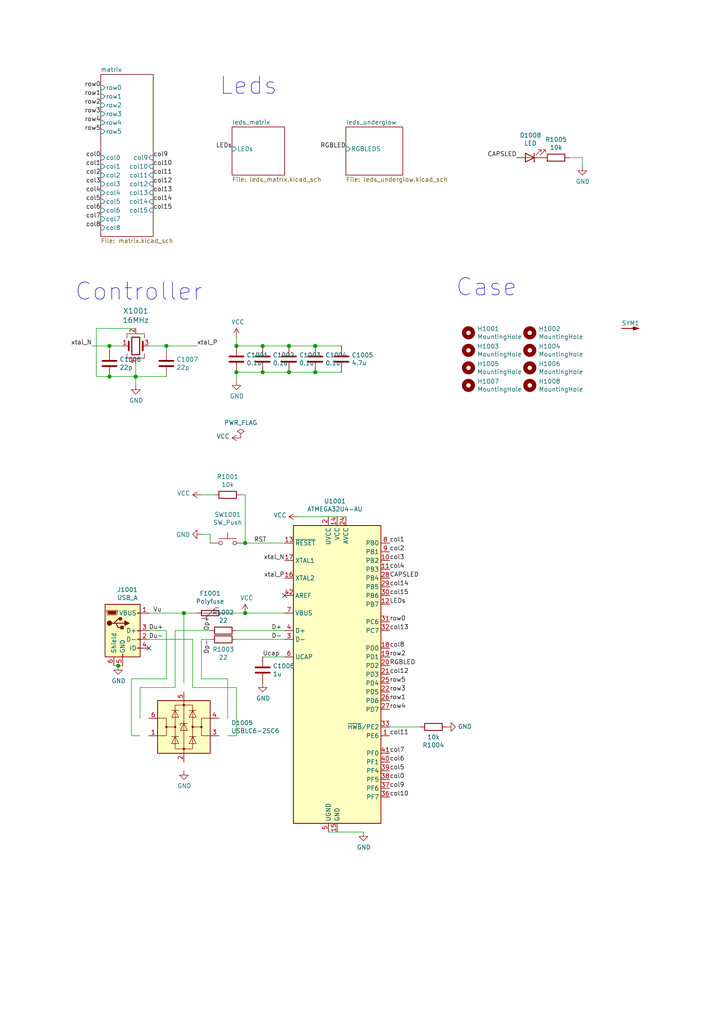
<source format=kicad_sch>
(kicad_sch (version 20210621) (generator eeschema)
  (paper "A4" portrait)
  (title_block (title "ValKey") (date "2019-08-16") (rev "0.2"))
  (lib_symbols
    (symbol "Connector:USB_B_Micro" (pin_names (offset 1.016))
      (property "Reference" "J" (at -5.08 11.43 0))
      (property "Value" "USB_B_Micro" (at -5.08 8.89 0))
      (symbol "USB_B_Micro_0_1"
        (circle (center -3.81 2.159) (radius 0.635) (stroke (width 0.254)) (fill (type outline)))
        (circle (center -0.635 3.429) (radius 0.381) (stroke (width 0.254)) (fill (type outline)))
        (rectangle (start -0.127 -7.62) (end 0.127 -6.858))
        (rectangle (start 5.08 -5.207) (end 4.318 -4.953))
        (rectangle (start 5.08 -2.667) (end 4.318 -2.413))
        (rectangle (start 5.08 -0.127) (end 4.318 0.127))
        (rectangle (start 5.08 4.953) (end 4.318 5.207))
        (rectangle (start 0.254 1.27) (end -0.508 0.508) (stroke (width 0.254)) (fill (type outline)))
        (rectangle (start -5.08 -7.62) (end 5.08 7.62) (stroke (width 0.254)) (fill (type background)))
        (polyline (pts (xy -1.905 2.159) (xy 0.635 2.159)) (stroke (width 0.254)))
        (polyline (pts (xy -3.175 2.159) (xy -2.54 2.159) (xy -1.27 3.429) (xy -0.635 3.429)) (stroke (width 0.254)))
        (polyline (pts (xy -2.54 2.159) (xy -1.905 2.159) (xy -1.27 0.889) (xy 0 0.889)) (stroke (width 0.254)))
        (polyline (pts (xy -4.699 5.842) (xy -4.699 5.588) (xy -4.445 4.826) (xy -4.445 4.572) (xy -1.651 4.572) (xy -1.651 4.826) (xy -1.397 5.588) (xy -1.397 5.842) (xy -4.699 5.842)))
        (polyline (pts (xy 0.635 2.794) (xy 0.635 1.524) (xy 1.905 2.159) (xy 0.635 2.794)) (stroke (width 0.254)) (fill (type outline)))
        (polyline (pts (xy -4.318 5.588) (xy -1.778 5.588) (xy -2.032 4.826) (xy -4.064 4.826) (xy -4.318 5.588)) (fill (type outline)))
      )
      (symbol "USB_B_Micro_1_1"
        (pin power_out line (at 7.62 5.08 180) (length 2.54) (name "VBUS") (number "1"))
        (pin bidirectional line (at 7.62 -2.54 180) (length 2.54) (name "D-") (number "2"))
        (pin bidirectional line (at 7.62 0 180) (length 2.54) (name "D+") (number "3"))
        (pin passive line (at 7.62 -5.08 180) (length 2.54) (name "ID") (number "4"))
        (pin power_out line (at 0 -10.16 90) (length 2.54) (name "GND") (number "5"))
        (pin passive line (at -2.54 -10.16 90) (length 2.54) (name "Shield") (number "6"))
      )
    )
    (symbol "Device:C" (pin_numbers hide) (pin_names (offset 0.254))
      (property "Reference" "C" (at 0.635 2.54 0))
      (property "Value" "C" (at 0.635 -2.54 0))
      (symbol "C_0_1"
        (polyline (pts (xy -2.032 -0.762) (xy 2.032 -0.762)) (stroke (width 0.508)))
        (polyline (pts (xy -2.032 0.762) (xy 2.032 0.762)) (stroke (width 0.508)))
      )
      (symbol "C_1_1"
        (pin passive line (at 0 3.81 270) (length 2.794) (name "~") (number "1"))
        (pin passive line (at 0 -3.81 90) (length 2.794) (name "~") (number "2"))
      )
    )
    (symbol "Device:Crystal_GND24" (pin_names (offset 1.016) hide)
      (property "Reference" "Y" (at 3.175 5.08 0))
      (property "Value" "Crystal_GND24" (at 3.175 3.175 0))
      (symbol "Crystal_GND24_0_1"
        (rectangle (start -1.143 2.54) (end 1.143 -2.54) (stroke (width 0.3048)))
        (polyline (pts (xy -2.54 0) (xy -2.032 0)))
        (polyline (pts (xy -2.032 -1.27) (xy -2.032 1.27)) (stroke (width 0.508)))
        (polyline (pts (xy 0 -3.81) (xy 0 -3.556)))
        (polyline (pts (xy 0 3.556) (xy 0 3.81)))
        (polyline (pts (xy 2.032 -1.27) (xy 2.032 1.27)) (stroke (width 0.508)))
        (polyline (pts (xy 2.032 0) (xy 2.54 0)))
        (polyline (pts (xy -2.54 -2.286) (xy -2.54 -3.556) (xy 2.54 -3.556) (xy 2.54 -2.286)))
        (polyline (pts (xy -2.54 2.286) (xy -2.54 3.556) (xy 2.54 3.556) (xy 2.54 2.286)))
      )
      (symbol "Crystal_GND24_1_1"
        (pin passive line (at -3.81 0 0) (length 1.27) (name "1") (number "1"))
        (pin passive line (at 0 5.08 270) (length 1.27) (name "2") (number "2"))
        (pin passive line (at 3.81 0 180) (length 1.27) (name "3") (number "3"))
        (pin passive line (at 0 -5.08 90) (length 1.27) (name "4") (number "4"))
      )
    )
    (symbol "Device:LED" (pin_numbers hide) (pin_names (offset 1.016) hide)
      (property "Reference" "D" (at 0 2.54 0))
      (property "Value" "LED" (at 0 -2.54 0))
      (symbol "LED_0_1"
        (polyline (pts (xy -1.27 -1.27) (xy -1.27 1.27)) (stroke (width 0.254)))
        (polyline (pts (xy -1.27 0) (xy 1.27 0)))
        (polyline (pts (xy 1.27 -1.27) (xy 1.27 1.27) (xy -1.27 0) (xy 1.27 -1.27)) (stroke (width 0.254)))
        (polyline (pts (xy -3.048 -0.762) (xy -4.572 -2.286) (xy -3.81 -2.286) (xy -4.572 -2.286) (xy -4.572 -1.524)))
        (polyline (pts (xy -1.778 -0.762) (xy -3.302 -2.286) (xy -2.54 -2.286) (xy -3.302 -2.286) (xy -3.302 -1.524)))
      )
      (symbol "LED_1_1"
        (pin passive line (at -3.81 0 0) (length 2.54) (name "K") (number "1"))
        (pin passive line (at 3.81 0 180) (length 2.54) (name "A") (number "2"))
      )
    )
    (symbol "Device:Polyfuse" (pin_numbers hide) (pin_names (offset 0))
      (property "Reference" "F" (at -2.54 0 90))
      (property "Value" "Polyfuse" (at 2.54 0 90))
      (symbol "Polyfuse_0_1"
        (rectangle (start -0.762 2.54) (end 0.762 -2.54) (stroke (width 0.254)))
        (polyline (pts (xy 0 2.54) (xy 0 -2.54)))
        (polyline (pts (xy -1.524 2.54) (xy -1.524 1.524) (xy 1.524 -1.524) (xy 1.524 -2.54)))
      )
      (symbol "Polyfuse_1_1"
        (pin passive line (at 0 3.81 270) (length 1.27) (name "~") (number "1"))
        (pin passive line (at 0 -3.81 90) (length 1.27) (name "~") (number "2"))
      )
    )
    (symbol "Device:R" (pin_numbers hide) (pin_names (offset 0))
      (property "Reference" "R" (at 2.032 0 90))
      (property "Value" "R" (at 0 0 90))
      (symbol "R_0_1"
        (rectangle (start -1.016 -2.54) (end 1.016 2.54) (stroke (width 0.254)))
      )
      (symbol "R_1_1"
        (pin passive line (at 0 3.81 270) (length 1.27) (name "~") (number "1"))
        (pin passive line (at 0 -3.81 90) (length 1.27) (name "~") (number "2"))
      )
    )
    (symbol "Graphic:SYM_Arrow_Normal" (pin_names (offset 1.016))
      (symbol "SYM_Arrow_Normal_0_1"
        (polyline (pts (xy 1.524 0) (xy -2.54 0)) (stroke (width 0.254)))
        (polyline (pts (xy 2.54 0) (xy 0.762 -0.508) (xy 0.762 0.508) (xy 2.54 0)) (fill (type outline)))
      )
    )
    (symbol "MCU_Microchip_ATmega:ATmega32U4-A"
      (property "Reference" "U" (at -12.7 44.45 0))
      (property "Value" "ATmega32U4-A" (at 2.54 -44.45 0))
      (symbol "ATmega32U4-A_0_1"
        (rectangle (start -12.7 -43.18) (end 12.7 43.18) (stroke (width 0.254)) (fill (type background)))
      )
      (symbol "ATmega32U4-A_1_1"
        (pin bidirectional line (at 15.24 -17.78 180) (length 2.54) (name "PE6") (number "1"))
        (pin bidirectional line (at 15.24 33.02 180) (length 2.54) (name "PB2") (number "10"))
        (pin bidirectional line (at 15.24 30.48 180) (length 2.54) (name "PB3") (number "11"))
        (pin bidirectional line (at 15.24 20.32 180) (length 2.54) (name "PB7") (number "12"))
        (pin input line (at -15.24 38.1 0) (length 2.54) (name "~{RESET}") (number "13"))
        (pin power_in line (at 0 45.72 270) (length 2.54) (name "VCC") (number "14"))
        (pin power_in line (at 0 -45.72 90) (length 2.54) (name "GND") (number "15"))
        (pin output line (at -15.24 27.94 0) (length 2.54) (name "XTAL2") (number "16"))
        (pin input line (at -15.24 33.02 0) (length 2.54) (name "XTAL1") (number "17"))
        (pin bidirectional line (at 15.24 7.62 180) (length 2.54) (name "PD0") (number "18"))
        (pin bidirectional line (at 15.24 5.08 180) (length 2.54) (name "PD1") (number "19"))
        (pin power_in line (at -2.54 45.72 270) (length 2.54) (name "UVCC") (number "2"))
        (pin bidirectional line (at 15.24 2.54 180) (length 2.54) (name "PD2") (number "20"))
        (pin bidirectional line (at 15.24 0 180) (length 2.54) (name "PD3") (number "21"))
        (pin bidirectional line (at 15.24 -5.08 180) (length 2.54) (name "PD5") (number "22"))
        (pin passive line (at 0 -45.72 90) (length 2.54) hide (name "GND") (number "23"))
        (pin power_in line (at 2.54 45.72 270) (length 2.54) (name "AVCC") (number "24"))
        (pin bidirectional line (at 15.24 -2.54 180) (length 2.54) (name "PD4") (number "25"))
        (pin bidirectional line (at 15.24 -7.62 180) (length 2.54) (name "PD6") (number "26"))
        (pin bidirectional line (at 15.24 -10.16 180) (length 2.54) (name "PD7") (number "27"))
        (pin bidirectional line (at 15.24 27.94 180) (length 2.54) (name "PB4") (number "28"))
        (pin bidirectional line (at 15.24 25.4 180) (length 2.54) (name "PB5") (number "29"))
        (pin bidirectional line (at -15.24 10.16 0) (length 2.54) (name "D-") (number "3"))
        (pin bidirectional line (at 15.24 22.86 180) (length 2.54) (name "PB6") (number "30"))
        (pin bidirectional line (at 15.24 15.24 180) (length 2.54) (name "PC6") (number "31"))
        (pin bidirectional line (at 15.24 12.7 180) (length 2.54) (name "PC7") (number "32"))
        (pin bidirectional line (at 15.24 -15.24 180) (length 2.54) (name "~{HWB}/PE2") (number "33"))
        (pin passive line (at 0 45.72 270) (length 2.54) hide (name "VCC") (number "34"))
        (pin passive line (at 0 -45.72 90) (length 2.54) hide (name "GND") (number "35"))
        (pin bidirectional line (at 15.24 -35.56 180) (length 2.54) (name "PF7") (number "36"))
        (pin bidirectional line (at 15.24 -33.02 180) (length 2.54) (name "PF6") (number "37"))
        (pin bidirectional line (at 15.24 -30.48 180) (length 2.54) (name "PF5") (number "38"))
        (pin bidirectional line (at 15.24 -27.94 180) (length 2.54) (name "PF4") (number "39"))
        (pin bidirectional line (at -15.24 12.7 0) (length 2.54) (name "D+") (number "4"))
        (pin bidirectional line (at 15.24 -25.4 180) (length 2.54) (name "PF1") (number "40"))
        (pin bidirectional line (at 15.24 -22.86 180) (length 2.54) (name "PF0") (number "41"))
        (pin passive line (at -15.24 22.86 0) (length 2.54) (name "AREF") (number "42"))
        (pin passive line (at 0 -45.72 90) (length 2.54) hide (name "GND") (number "43"))
        (pin passive line (at 2.54 45.72 270) (length 2.54) hide (name "AVCC") (number "44"))
        (pin passive line (at -2.54 -45.72 90) (length 2.54) (name "UGND") (number "5"))
        (pin passive line (at -15.24 5.08 0) (length 2.54) (name "UCAP") (number "6"))
        (pin input line (at -15.24 17.78 0) (length 2.54) (name "VBUS") (number "7"))
        (pin bidirectional line (at 15.24 38.1 180) (length 2.54) (name "PB0") (number "8"))
        (pin bidirectional line (at 15.24 35.56 180) (length 2.54) (name "PB1") (number "9"))
      )
    )
    (symbol "Mechanical:MountingHole" (pin_names (offset 1.016))
      (property "Reference" "H" (at 0 5.08 0))
      (property "Value" "MountingHole" (at 0 3.175 0))
      (symbol "MountingHole_0_1"
        (circle (center 0 0) (radius 1.27) (stroke (width 1.27)))
      )
    )
    (symbol "Power_Protection:USBLC6-2SC6" (pin_names hide)
      (property "Reference" "U" (at 2.54 8.89 0))
      (property "Value" "USBLC6-2SC6" (at 2.54 -8.89 0))
      (symbol "USBLC6-2SC6_0_1"
        (circle (center -5.08 0) (radius 0.254) (fill (type outline)))
        (circle (center -2.54 0) (radius 0.254) (fill (type outline)))
        (circle (center 0 -6.35) (radius 0.254) (fill (type outline)))
        (circle (center 0 6.35) (radius 0.254) (fill (type outline)))
        (circle (center 2.54 0) (radius 0.254) (fill (type outline)))
        (circle (center 5.08 0) (radius 0.254) (fill (type outline)))
        (rectangle (start -2.54 6.35) (end 2.54 -6.35))
        (rectangle (start -7.62 -7.62) (end 7.62 7.62) (stroke (width 0.254)) (fill (type background)))
        (polyline (pts (xy -5.08 -2.54) (xy -7.62 -2.54)))
        (polyline (pts (xy -5.08 0) (xy -5.08 -2.54)))
        (polyline (pts (xy -5.08 2.54) (xy -7.62 2.54)))
        (polyline (pts (xy -1.524 -2.794) (xy -3.556 -2.794)))
        (polyline (pts (xy -1.524 4.826) (xy -3.556 4.826)))
        (polyline (pts (xy 0 -7.62) (xy 0 -6.35)))
        (polyline (pts (xy 0 -6.35) (xy 0 1.27)))
        (polyline (pts (xy 0 1.27) (xy 0 6.35)))
        (polyline (pts (xy 0 6.35) (xy 0 7.62)))
        (polyline (pts (xy 1.524 -2.794) (xy 3.556 -2.794)))
        (polyline (pts (xy 1.524 4.826) (xy 3.556 4.826)))
        (polyline (pts (xy 5.08 -2.54) (xy 7.62 -2.54)))
        (polyline (pts (xy 5.08 0) (xy 5.08 -2.54)))
        (polyline (pts (xy 5.08 2.54) (xy 7.62 2.54)))
        (polyline (pts (xy -2.54 0) (xy -5.08 0) (xy -5.08 2.54)))
        (polyline (pts (xy 2.54 0) (xy 5.08 0) (xy 5.08 2.54)))
        (polyline (pts (xy -3.556 -4.826) (xy -1.524 -4.826) (xy -2.54 -2.794) (xy -3.556 -4.826)))
        (polyline (pts (xy -3.556 2.794) (xy -1.524 2.794) (xy -2.54 4.826) (xy -3.556 2.794)))
        (polyline (pts (xy -1.016 -1.016) (xy 1.016 -1.016) (xy 0 1.016) (xy -1.016 -1.016)))
        (polyline (pts (xy 1.016 1.016) (xy 0.762 1.016) (xy -1.016 1.016) (xy -1.016 0.508)))
        (polyline (pts (xy 3.556 -4.826) (xy 1.524 -4.826) (xy 2.54 -2.794) (xy 3.556 -4.826)))
        (polyline (pts (xy 3.556 2.794) (xy 1.524 2.794) (xy 2.54 4.826) (xy 3.556 2.794)))
      )
      (symbol "USBLC6-2SC6_1_1"
        (pin passive line (at -10.16 -2.54 0) (length 2.54) (name "I/O1") (number "1"))
        (pin passive line (at 0 -10.16 90) (length 2.54) (name "GND") (number "2"))
        (pin passive line (at 10.16 -2.54 180) (length 2.54) (name "I/O2") (number "3"))
        (pin passive line (at 10.16 2.54 180) (length 2.54) (name "I/O2") (number "4"))
        (pin passive line (at 0 10.16 270) (length 2.54) (name "VBUS") (number "5"))
        (pin passive line (at -10.16 2.54 0) (length 2.54) (name "I/O1") (number "6"))
      )
    )
    (symbol "Switch:SW_Push" (pin_numbers hide) (pin_names (offset 1.016) hide)
      (property "Reference" "SW" (at 1.27 2.54 0))
      (property "Value" "SW_Push" (at 0 -1.524 0))
      (symbol "SW_Push_0_1"
        (circle (center -2.032 0) (radius 0.508))
        (circle (center 2.032 0) (radius 0.508))
        (polyline (pts (xy 0 1.27) (xy 0 3.048)))
        (polyline (pts (xy 2.54 1.27) (xy -2.54 1.27)))
        (pin passive line (at -5.08 0 0) (length 2.54) (name "1") (number "1"))
        (pin passive line (at 5.08 0 180) (length 2.54) (name "2") (number "2"))
      )
    )
    (symbol "power:GND" (power) (pin_names (offset 0))
      (property "Value" "GND" (at 0 -3.81 0))
      (symbol "GND_0_1"
        (polyline (pts (xy 0 0) (xy 0 -1.27) (xy 1.27 -1.27) (xy 0 -2.54) (xy -1.27 -1.27) (xy 0 -1.27)))
      )
      (symbol "GND_1_1"
        (pin power_in line (at 0 0 270) (length 0) hide (name "GND") (number "1"))
      )
    )
    (symbol "power:PWR_FLAG" (power) (pin_numbers hide) (pin_names (offset 0) hide)
      (property "Value" "PWR_FLAG" (at 0 3.81 0))
      (symbol "PWR_FLAG_0_0"
        (pin power_out line (at 0 0 90) (length 0) (name "pwr") (number "1"))
      )
      (symbol "PWR_FLAG_0_1"
        (polyline (pts (xy 0 0) (xy 0 1.27) (xy -1.016 1.905) (xy 0 2.54) (xy 1.016 1.905) (xy 0 1.27)))
      )
    )
    (symbol "power:VCC" (power) (pin_names (offset 0))
      (property "Value" "VCC" (at 0 3.81 0))
      (symbol "VCC_0_1"
        (polyline (pts (xy -0.762 1.27) (xy 0 2.54)))
        (polyline (pts (xy 0 0) (xy 0 2.54)))
        (polyline (pts (xy 0 2.54) (xy 0.762 1.27)))
      )
      (symbol "VCC_1_1"
        (pin power_in line (at 0 0 90) (length 0) hide (name "VCC") (number "1"))
      )
    )
  )
  (junction (at 31.75 100.33) (diameter 1.016))
  (junction (at 31.75 109.22) (diameter 1.016))
  (junction (at 34.29 193.04) (diameter 1.016))
  (junction (at 39.37 109.22) (diameter 1.016))
  (junction (at 48.26 100.33) (diameter 1.016))
  (junction (at 53.34 177.8) (diameter 1.016))
  (junction (at 68.58 100.33) (diameter 1.016))
  (junction (at 68.58 107.95) (diameter 1.016))
  (junction (at 71.12 157.48) (diameter 1.016))
  (junction (at 71.12 177.8) (diameter 1.016))
  (junction (at 76.2 100.33) (diameter 1.016))
  (junction (at 76.2 107.95) (diameter 1.016))
  (junction (at 83.82 100.33) (diameter 1.016))
  (junction (at 83.82 107.95) (diameter 1.016))
  (junction (at 91.44 100.33) (diameter 1.016))
  (junction (at 91.44 107.95) (diameter 1.016))
  (no_connect (at 43.18 187.96))
  (no_connect (at 82.55 172.72))
  (wire (pts (xy 27.94 95.25) (xy 27.94 109.22)))
  (wire (pts (xy 27.94 109.22) (xy 31.75 109.22)))
  (wire (pts (xy 31.75 100.33) (xy 26.67 100.33)))
  (wire (pts (xy 31.75 100.33) (xy 31.75 101.6)))
  (wire (pts (xy 31.75 100.33) (xy 35.56 100.33)))
  (wire (pts (xy 33.02 193.04) (xy 34.29 193.04)))
  (wire (pts (xy 34.29 193.04) (xy 35.56 193.04)))
  (wire (pts (xy 38.1 196.85) (xy 38.1 213.36)))
  (wire (pts (xy 38.1 213.36) (xy 40.64 213.36)))
  (wire (pts (xy 39.37 95.25) (xy 27.94 95.25)))
  (wire (pts (xy 39.37 105.41) (xy 39.37 109.22)))
  (wire (pts (xy 39.37 109.22) (xy 31.75 109.22)))
  (wire (pts (xy 39.37 109.22) (xy 39.37 111.76)))
  (wire (pts (xy 39.37 109.22) (xy 48.26 109.22)))
  (wire (pts (xy 40.64 199.39) (xy 50.8 199.39)))
  (wire (pts (xy 40.64 208.28) (xy 40.64 199.39)))
  (wire (pts (xy 43.18 100.33) (xy 48.26 100.33)))
  (wire (pts (xy 43.18 177.8) (xy 53.34 177.8)))
  (wire (pts (xy 43.18 182.88) (xy 48.26 182.88)))
  (wire (pts (xy 43.18 185.42) (xy 55.88 185.42)))
  (wire (pts (xy 48.26 100.33) (xy 48.26 101.6)))
  (wire (pts (xy 48.26 100.33) (xy 57.15 100.33)))
  (wire (pts (xy 48.26 182.88) (xy 48.26 196.85)))
  (wire (pts (xy 48.26 196.85) (xy 38.1 196.85)))
  (wire (pts (xy 50.8 182.88) (xy 50.8 199.39)))
  (wire (pts (xy 50.8 182.88) (xy 60.96 182.88)))
  (wire (pts (xy 53.34 177.8) (xy 53.34 198.12)))
  (wire (pts (xy 53.34 177.8) (xy 57.15 177.8)))
  (wire (pts (xy 55.88 199.39) (xy 55.88 185.42)))
  (wire (pts (xy 55.88 199.39) (xy 68.58 199.39)))
  (wire (pts (xy 58.42 143.51) (xy 62.23 143.51)))
  (wire (pts (xy 58.42 185.42) (xy 60.96 185.42)))
  (wire (pts (xy 58.42 196.85) (xy 58.42 185.42)))
  (wire (pts (xy 58.42 196.85) (xy 66.04 196.85)))
  (wire (pts (xy 60.96 154.94) (xy 58.42 154.94)))
  (wire (pts (xy 60.96 157.48) (xy 60.96 154.94)))
  (wire (pts (xy 64.77 177.8) (xy 71.12 177.8)))
  (wire (pts (xy 66.04 208.28) (xy 66.04 196.85)))
  (wire (pts (xy 68.58 97.79) (xy 68.58 100.33)))
  (wire (pts (xy 68.58 100.33) (xy 76.2 100.33)))
  (wire (pts (xy 68.58 107.95) (xy 68.58 110.49)))
  (wire (pts (xy 68.58 182.88) (xy 82.55 182.88)))
  (wire (pts (xy 68.58 185.42) (xy 82.55 185.42)))
  (wire (pts (xy 68.58 199.39) (xy 68.58 213.36)))
  (wire (pts (xy 68.58 213.36) (xy 66.04 213.36)))
  (wire (pts (xy 69.85 143.51) (xy 71.12 143.51)))
  (wire (pts (xy 71.12 143.51) (xy 71.12 157.48)))
  (wire (pts (xy 71.12 157.48) (xy 82.55 157.48)))
  (wire (pts (xy 71.12 177.8) (xy 82.55 177.8)))
  (wire (pts (xy 76.2 100.33) (xy 83.82 100.33)))
  (wire (pts (xy 76.2 107.95) (xy 68.58 107.95)))
  (wire (pts (xy 76.2 190.5) (xy 82.55 190.5)))
  (wire (pts (xy 83.82 100.33) (xy 91.44 100.33)))
  (wire (pts (xy 83.82 107.95) (xy 76.2 107.95)))
  (wire (pts (xy 86.36 149.86) (xy 100.33 149.86)))
  (wire (pts (xy 91.44 100.33) (xy 99.06 100.33)))
  (wire (pts (xy 91.44 107.95) (xy 83.82 107.95)))
  (wire (pts (xy 95.25 241.3) (xy 105.41 241.3)))
  (wire (pts (xy 99.06 107.95) (xy 91.44 107.95)))
  (wire (pts (xy 113.03 210.82) (xy 121.92 210.82)))
  (wire (pts (xy 165.1 45.72) (xy 168.91 45.72)))
  (wire (pts (xy 168.91 45.72) (xy 168.91 48.26)))
  (text "Controller" (at 21.59 87.63 0) (effects (font (size 5.0038 5.0038)) (justify left bottom)))
  (text "Leds\n" (at 63.5 27.94 0) (effects (font (size 5.0038 5.0038)) (justify left bottom)))
  (text "Case" (at 132.08 86.36 0) (effects (font (size 5.0038 5.0038)) (justify left bottom)))
  (label "xtal_N" (at 26.67 100.33 180))
  (label "row0" (at 29.21 25.4 180))
  (label "row1" (at 29.21 27.94 180))
  (label "row2" (at 29.21 30.48 180))
  (label "row3" (at 29.21 33.02 180))
  (label "row4" (at 29.21 35.56 180))
  (label "row5" (at 29.21 38.1 180))
  (label "col0" (at 29.21 45.72 180))
  (label "col1" (at 29.21 48.26 180))
  (label "col2" (at 29.21 50.8 180))
  (label "col3" (at 29.21 53.34 180))
  (label "col4" (at 29.21 55.88 180))
  (label "col5" (at 29.21 58.42 180))
  (label "col6" (at 29.21 60.96 180))
  (label "col7" (at 29.21 63.5 180))
  (label "col8" (at 29.21 66.04 180))
  (label "Du+" (at 43.18 182.88 0))
  (label "Du-" (at 43.18 185.42 0))
  (label "col9" (at 44.45 45.72 0))
  (label "col10" (at 44.45 48.26 0))
  (label "col11" (at 44.45 50.8 0))
  (label "col12" (at 44.45 53.34 0))
  (label "col13" (at 44.45 55.88 0))
  (label "col14" (at 44.45 58.42 0))
  (label "col15" (at 44.45 60.96 0))
  (label "Vu" (at 44.45 177.8 0))
  (label "xtal_P" (at 57.15 100.33 0))
  (label "Dp+" (at 60.96 182.88 90))
  (label "Dp-" (at 60.96 185.42 270))
  (label "LEDs" (at 67.31 43.18 180))
  (label "RST" (at 73.66 157.48 0))
  (label "Ucap" (at 76.2 190.5 0))
  (label "D+" (at 78.74 182.88 0))
  (label "D-" (at 78.74 185.42 0))
  (label "xtal_N" (at 82.55 162.56 180))
  (label "xtal_P" (at 82.55 167.64 180))
  (label "RGBLED" (at 100.33 43.18 180))
  (label "col1" (at 113.03 157.48 0))
  (label "col2" (at 113.03 160.02 0))
  (label "col3" (at 113.03 162.56 0))
  (label "col4" (at 113.03 165.1 0))
  (label "CAPSLED" (at 113.03 167.64 0))
  (label "col14" (at 113.03 170.18 0))
  (label "col15" (at 113.03 172.72 0))
  (label "LEDs" (at 113.03 175.26 0))
  (label "row0" (at 113.03 180.34 0))
  (label "col13" (at 113.03 182.88 0))
  (label "col8" (at 113.03 187.96 0))
  (label "row2" (at 113.03 190.5 0))
  (label "RGBLED" (at 113.03 193.04 0))
  (label "col12" (at 113.03 195.58 0))
  (label "row5" (at 113.03 198.12 0))
  (label "row3" (at 113.03 200.66 0))
  (label "row1" (at 113.03 203.2 0))
  (label "row4" (at 113.03 205.74 0))
  (label "col11" (at 113.03 213.36 0))
  (label "col7" (at 113.03 218.44 0))
  (label "col6" (at 113.03 220.98 0))
  (label "col5" (at 113.03 223.52 0))
  (label "col0" (at 113.03 226.06 0))
  (label "col9" (at 113.03 228.6 0))
  (label "col10" (at 113.03 231.14 0))
  (label "CAPSLED" (at 149.86 45.72 180))
  (symbol (lib_id "power:VCC") (at 58.42 143.51 90) (unit 1)
    (property "Reference" "#PWR01005" (effects hide))
    (property "Value" "VCC" (at 55.1942 143.0528 90) (effects (justify left)))
  )
  (symbol (lib_id "power:VCC") (at 68.58 97.79 0) (unit 1)
    (property "Reference" "#PWR01001" (effects hide))
    (property "Value" "VCC" (at 69.0118 93.3958 0))
  )
  (symbol (lib_id "power:VCC") (at 69.85 127 90) (unit 1)
    (property "Reference" "#PWR01004" (effects hide))
    (property "Value" "VCC" (at 66.6242 126.5428 90) (effects (justify left)))
  )
  (symbol (lib_id "power:VCC") (at 71.12 177.8 0) (unit 1)
    (property "Reference" "#PWR01008" (effects hide))
    (property "Value" "VCC" (at 71.5518 173.4058 0))
  )
  (symbol (lib_id "power:VCC") (at 86.36 149.86 90) (unit 1)
    (property "Reference" "#PWR01006" (effects hide))
    (property "Value" "VCC" (at 83.1342 149.4028 90) (effects (justify left)))
  )
  (symbol (lib_id "Graphic:SYM_Arrow_Normal") (at 182.88 95.25 0) (unit 1)
    (property "Reference" "SYM1" (at 182.88 93.726 0))
    (property "Value" "SYM_Arrow_Normal" (effects hide))
    (property "Footprint" "Project:Mountains_Alps" (effects hide))
  )
  (symbol (lib_id "power:PWR_FLAG") (at 69.85 127 0) (unit 1)
    (property "Reference" "#FLG01001" (effects hide))
    (property "Value" "PWR_FLAG" (at 69.85 122.5804 0))
  )
  (symbol (lib_id "power:GND") (at 34.29 193.04 0) (unit 1)
    (property "Reference" "#PWR01009" (effects hide))
    (property "Value" "GND" (at 34.417 197.4342 0))
  )
  (symbol (lib_id "power:GND") (at 39.37 111.76 0) (unit 1)
    (property "Reference" "#PWR01003" (effects hide))
    (property "Value" "GND" (at 39.497 116.1542 0))
  )
  (symbol (lib_id "power:GND") (at 53.34 223.52 0) (unit 1)
    (property "Reference" "#PWR01014" (effects hide))
    (property "Value" "GND" (at 53.467 227.9142 0))
  )
  (symbol (lib_id "power:GND") (at 58.42 154.94 270) (unit 1)
    (property "Reference" "#PWR01007" (effects hide))
    (property "Value" "GND" (at 55.1688 155.067 90) (effects (justify right)))
  )
  (symbol (lib_id "power:GND") (at 68.58 110.49 0) (unit 1)
    (property "Reference" "#PWR01002" (effects hide))
    (property "Value" "GND" (at 68.707 114.8842 0))
  )
  (symbol (lib_id "power:GND") (at 76.2 198.12 0) (unit 1)
    (property "Reference" "#PWR01011" (effects hide))
    (property "Value" "GND" (at 76.327 202.5142 0))
  )
  (symbol (lib_id "power:GND") (at 105.41 241.3 0) (unit 1)
    (property "Reference" "#PWR01015" (effects hide))
    (property "Value" "GND" (at 105.537 245.6942 0))
  )
  (symbol (lib_id "power:GND") (at 129.54 210.82 90) (unit 1)
    (property "Reference" "#PWR01012" (effects hide))
    (property "Value" "GND" (at 132.7912 210.693 90) (effects (justify right)))
  )
  (symbol (lib_id "power:GND") (at 168.91 48.26 0) (unit 1)
    (property "Reference" "#PWR01016" (effects hide))
    (property "Value" "GND" (at 169.037 52.6542 0))
  )
  (symbol (lib_id "Mechanical:MountingHole") (at 135.89 96.52 0) (unit 1)
    (property "Reference" "H1001" (at 138.43 95.3516 0) (effects (justify left)))
    (property "Value" "MountingHole" (at 138.43 97.663 0) (effects (justify left)))
    (property "Footprint" "MountingHole:MountingHole_3.2mm_M3_DIN965" (effects hide))
  )
  (symbol (lib_id "Mechanical:MountingHole") (at 135.89 101.6 0) (unit 1)
    (property "Reference" "H1003" (at 138.43 100.4316 0) (effects (justify left)))
    (property "Value" "MountingHole" (at 138.43 102.743 0) (effects (justify left)))
    (property "Footprint" "MountingHole:MountingHole_3.2mm_M3_DIN965" (effects hide))
  )
  (symbol (lib_id "Mechanical:MountingHole") (at 135.89 106.68 0) (unit 1)
    (property "Reference" "H1005" (at 138.43 105.5116 0) (effects (justify left)))
    (property "Value" "MountingHole" (at 138.43 107.823 0) (effects (justify left)))
    (property "Footprint" "MountingHole:MountingHole_3.2mm_M3_DIN965" (effects hide))
  )
  (symbol (lib_id "Mechanical:MountingHole") (at 135.89 111.76 0) (unit 1)
    (property "Reference" "H1007" (at 138.43 110.5916 0) (effects (justify left)))
    (property "Value" "MountingHole" (at 138.43 112.903 0) (effects (justify left)))
    (property "Footprint" "MountingHole:MountingHole_3.2mm_M3_DIN965" (effects hide))
  )
  (symbol (lib_id "Mechanical:MountingHole") (at 153.67 96.52 0) (unit 1)
    (property "Reference" "H1002" (at 156.21 95.3516 0) (effects (justify left)))
    (property "Value" "MountingHole" (at 156.21 97.663 0) (effects (justify left)))
    (property "Footprint" "MountingHole:MountingHole_3.2mm_M3_DIN965" (effects hide))
  )
  (symbol (lib_id "Mechanical:MountingHole") (at 153.67 101.6 0) (unit 1)
    (property "Reference" "H1004" (at 156.21 100.4316 0) (effects (justify left)))
    (property "Value" "MountingHole" (at 156.21 102.743 0) (effects (justify left)))
    (property "Footprint" "MountingHole:MountingHole_3.2mm_M3_DIN965" (effects hide))
  )
  (symbol (lib_id "Mechanical:MountingHole") (at 153.67 106.68 0) (unit 1)
    (property "Reference" "H1006" (at 156.21 105.5116 0) (effects (justify left)))
    (property "Value" "MountingHole" (at 156.21 107.823 0) (effects (justify left)))
    (property "Footprint" "MountingHole:MountingHole_3.2mm_M3_DIN965" (effects hide))
  )
  (symbol (lib_id "Mechanical:MountingHole") (at 153.67 111.76 0) (unit 1)
    (property "Reference" "H1008" (at 156.21 110.5916 0) (effects (justify left)))
    (property "Value" "MountingHole" (at 156.21 112.903 0) (effects (justify left)))
    (property "Footprint" "MountingHole:MountingHole_3.2mm_M3_DIN965" (effects hide))
  )
  (symbol (lib_id "Device:R") (at 64.77 182.88 270) (unit 1)
    (property "Reference" "R1002" (at 64.77 177.6222 90))
    (property "Value" "22" (at 64.77 179.9336 90))
    (property "Footprint" "Resistor_SMD:R_0603_1608Metric" (effects hide))
  )
  (symbol (lib_id "Device:R") (at 64.77 185.42 270) (unit 1)
    (property "Reference" "R1003" (at 64.77 188.341 90))
    (property "Value" "22" (at 64.77 190.6524 90))
    (property "Footprint" "Resistor_SMD:R_0603_1608Metric" (effects hide))
  )
  (symbol (lib_id "Device:R") (at 66.04 143.51 270) (unit 1)
    (property "Reference" "R1001" (at 66.04 138.2522 90))
    (property "Value" "10k" (at 66.04 140.5636 90))
    (property "Footprint" "Resistor_SMD:R_0603_1608Metric" (effects hide))
  )
  (symbol (lib_id "Device:R") (at 125.73 210.82 90) (unit 1)
    (property "Reference" "R1004" (at 125.73 216.0778 90))
    (property "Value" "10k" (at 125.73 213.7664 90))
    (property "Footprint" "Resistor_SMD:R_0603_1608Metric" (effects hide))
  )
  (symbol (lib_id "Device:R") (at 161.29 45.72 270) (unit 1)
    (property "Reference" "R1005" (at 161.29 40.4622 90))
    (property "Value" "10k" (at 161.29 42.7736 90))
    (property "Footprint" "Resistor_SMD:R_0603_1608Metric" (effects hide))
  )
  (symbol (lib_id "Device:Polyfuse") (at 60.96 177.8 270) (unit 1)
    (property "Reference" "F1001" (at 60.96 172.085 90))
    (property "Value" "Polyfuse" (at 60.96 174.3964 90))
    (property "Footprint" "Resistor_SMD:R_0603_1608Metric" (effects hide))
    (property "Datasheet" "https://datasheet.lcsc.com/szlcsc/TLC-Electronic-TLC-PSMD050_C261942.pdf" (effects hide))
    (property "PartNr" "C261942" (effects hide))
  )
  (symbol (lib_id "Device:LED") (at 153.67 45.72 180) (unit 1)
    (property "Reference" "D1008" (at 153.8732 39.243 0))
    (property "Value" "LED" (at 153.8732 41.5544 0))
    (property "Footprint" "LED_SMD:LED_1206_3216Metric_Castellated" (effects hide))
    (property "Datasheet" "https://datasheet.lcsc.com/szlcsc/Hongli-Zhihui-HONGLITRONIC-HL-PC-3216H233W-6000-7000K_C219234.pdf" (effects hide))
    (property "PartNr" "C219234" (effects hide))
  )
  (symbol (lib_id "Device:C") (at 31.75 105.41 0) (unit 1)
    (property "Reference" "C1006" (at 34.671 104.2416 0) (effects (justify left)))
    (property "Value" "22p" (at 34.671 106.553 0) (effects (justify left)))
    (property "Footprint" "Capacitor_SMD:C_0603_1608Metric" (effects hide))
  )
  (symbol (lib_id "Device:C") (at 48.26 105.41 0) (unit 1)
    (property "Reference" "C1007" (at 51.181 104.2416 0) (effects (justify left)))
    (property "Value" "22p" (at 51.181 106.553 0) (effects (justify left)))
    (property "Footprint" "Capacitor_SMD:C_0603_1608Metric" (effects hide))
  )
  (symbol (lib_id "Device:C") (at 68.58 104.14 0) (unit 1)
    (property "Reference" "C1001" (at 71.501 102.9716 0) (effects (justify left)))
    (property "Value" "0.1u" (at 71.501 105.283 0) (effects (justify left)))
    (property "Footprint" "Capacitor_SMD:C_0603_1608Metric" (effects hide))
  )
  (symbol (lib_id "Device:C") (at 76.2 104.14 0) (unit 1)
    (property "Reference" "C1002" (at 79.121 102.9716 0) (effects (justify left)))
    (property "Value" "0.1u" (at 79.121 105.283 0) (effects (justify left)))
    (property "Footprint" "Capacitor_SMD:C_0603_1608Metric" (effects hide))
  )
  (symbol (lib_id "Device:C") (at 76.2 194.31 0) (unit 1)
    (property "Reference" "C1008" (at 79.121 193.1416 0) (effects (justify left)))
    (property "Value" "1u" (at 79.121 195.453 0) (effects (justify left)))
    (property "Footprint" "Capacitor_SMD:C_0603_1608Metric" (effects hide))
  )
  (symbol (lib_id "Device:C") (at 83.82 104.14 0) (unit 1)
    (property "Reference" "C1003" (at 86.741 102.9716 0) (effects (justify left)))
    (property "Value" "0.1u" (at 86.741 105.283 0) (effects (justify left)))
    (property "Footprint" "Capacitor_SMD:C_0603_1608Metric" (effects hide))
  )
  (symbol (lib_id "Device:C") (at 91.44 104.14 0) (unit 1)
    (property "Reference" "C1004" (at 94.361 102.9716 0) (effects (justify left)))
    (property "Value" "0.1u" (at 94.361 105.283 0) (effects (justify left)))
    (property "Footprint" "Capacitor_SMD:C_0603_1608Metric" (effects hide))
  )
  (symbol (lib_id "Device:C") (at 99.06 104.14 0) (unit 1)
    (property "Reference" "C1005" (at 101.981 102.9716 0) (effects (justify left)))
    (property "Value" "4.7u" (at 101.981 105.283 0) (effects (justify left)))
    (property "Footprint" "Capacitor_SMD:C_0603_1608Metric" (effects hide))
  )
  (symbol (lib_id "Switch:SW_Push") (at 66.04 157.48 0) (unit 1)
    (property "Reference" "SW1001" (at 66.04 149.225 0))
    (property "Value" "SW_Push" (at 66.04 151.5364 0))
    (property "Footprint" "Button_Switch_SMD:SW_SPST_SKQG_WithStem" (effects hide))
  )
  (symbol (lib_id "Device:Crystal_GND24") (at 39.37 100.33 0) (unit 1)
    (property "Reference" "X1001" (at 39.37 90.17 0) (effects (font (size 1.524 1.524))))
    (property "Value" "16MHz" (at 39.37 92.8624 0) (effects (font (size 1.524 1.524))))
    (property "Footprint" "Crystal:Crystal_SMD_3225-4Pin_3.2x2.5mm" (effects hide))
    (property "Datasheet" "https://datasheet.lcsc.com/szlcsc/Zhejiang-Abel-Elec-SMD-3225-4P16M12pf10ppm_C133336.pdf" (effects hide))
    (property "PartNr" "C133336" (effects hide))
  )
  (symbol (lib_id "Connector:USB_B_Micro") (at 35.56 182.88 0) (unit 1)
    (property "Reference" "J1001" (at 36.957 171.0182 0))
    (property "Value" "USB_A" (at 36.957 173.3296 0))
    (property "Footprint" "Personal:USB_Micro_B_Female_BI0001715" (effects hide))
  )
  (symbol (lib_id "Power_Protection:USBLC6-2SC6") (at 53.34 210.82 0) (unit 1)
    (property "Reference" "D1005" (at 67.0814 209.6516 0) (effects (justify left)))
    (property "Value" "USBLC6-2SC6 " (at 67.0814 211.963 0) (effects (justify left)))
    (property "Footprint" "Package_TO_SOT_SMD:SOT-23-6" (effects hide))
    (property "Datasheet" "https://datasheet.lcsc.com/szlcsc/STMicroelectronics-USBLC6-2SC6_C7519.pdf" (effects hide))
    (property "PartNr" "C7519" (effects hide))
  )
  (symbol (lib_id "MCU_Microchip_ATmega:ATmega32U4-A") (at 97.79 195.58 0) (unit 1)
    (property "Reference" "U1001" (at 97.155 145.3388 0))
    (property "Value" "ATMEGA32U4-AU" (at 97.155 147.6502 0))
    (property "Footprint" "Package_QFP:TQFP-44_10x10mm_P0.8mm" (effects hide))
    (property "Datasheet" "http://ww1.microchip.com/downloads/en/DeviceDoc/Atmel-7766-8-bit-AVR-ATmega16U4-32U4_Datasheet.pdf" (effects hide))
    (property "PartNr" "C44854" (effects hide))
  )
  (sheet (at 67.31 36.83) (size 15.24 13.97)
    (property "Sheet name" "leds_matrix" (at 67.31 36.1943 0) (effects (justify left bottom)))
    (property "Sheet file" "leds_matrix.kicad_sch" (at 67.31 51.3087 0) (effects (justify left top)))
    (pin "LEDs" input (at 67.31 43.18 180))
  )
  (sheet (at 100.33 36.83) (size 16.51 13.97)
    (property "Sheet name" "leds_underglow" (at 100.33 36.1943 0) (effects (justify left bottom)))
    (property "Sheet file" "leds_underglow.kicad_sch" (at 100.33 51.3087 0) (effects (justify left top)))
    (pin "RGBLEDS" input (at 100.33 43.18 180))
  )
  (sheet (at 29.21 21.59) (size 15.24 46.99)
    (property "Sheet name" "matrix" (at 29.21 20.9543 0) (effects (justify left bottom)))
    (property "Sheet file" "matrix.kicad_sch" (at 29.21 69.0887 0) (effects (justify left top)))
    (pin "row0" input (at 29.21 25.4 180))
    (pin "row1" input (at 29.21 27.94 180))
    (pin "row2" input (at 29.21 30.48 180))
    (pin "row3" input (at 29.21 33.02 180))
    (pin "row4" input (at 29.21 35.56 180))
    (pin "row5" input (at 29.21 38.1 180))
    (pin "col0" input (at 29.21 45.72 180))
    (pin "col1" input (at 29.21 48.26 180))
    (pin "col2" input (at 29.21 50.8 180))
    (pin "col3" input (at 29.21 53.34 180))
    (pin "col4" input (at 29.21 55.88 180))
    (pin "col5" input (at 29.21 58.42 180))
    (pin "col6" input (at 29.21 60.96 180))
    (pin "col7" input (at 29.21 63.5 180))
    (pin "col8" input (at 29.21 66.04 180))
    (pin "col9" input (at 44.45 45.72 0))
    (pin "col10" input (at 44.45 48.26 0))
    (pin "col11" input (at 44.45 50.8 0))
    (pin "col12" input (at 44.45 53.34 0))
    (pin "col13" input (at 44.45 55.88 0))
    (pin "col14" input (at 44.45 58.42 0))
    (pin "col15" input (at 44.45 60.96 0))
  )
)
</source>
